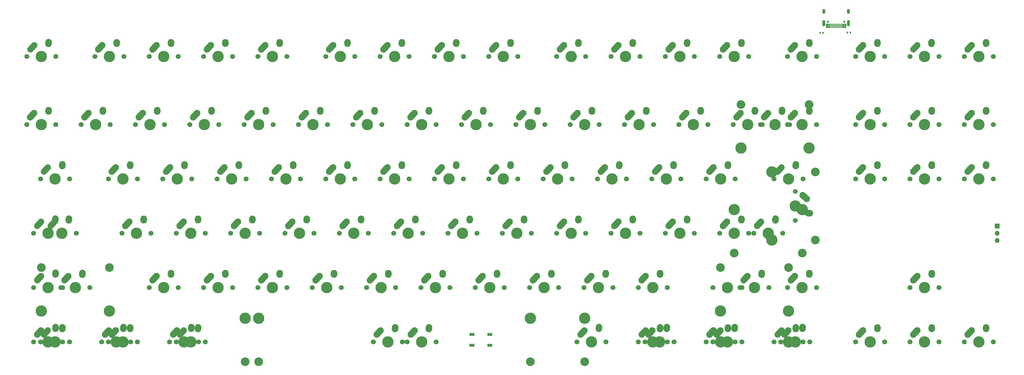
<source format=gts>
%TF.GenerationSoftware,KiCad,Pcbnew,5.99.0-1.20210419gite0f69ad.fc33*%
%TF.CreationDate,2021-04-20T05:27:25+03:00*%
%TF.ProjectId,UniversalTKL,556e6976-6572-4736-916c-544b4c2e6b69,rev?*%
%TF.SameCoordinates,Original*%
%TF.FileFunction,Soldermask,Top*%
%TF.FilePolarity,Negative*%
%FSLAX46Y46*%
G04 Gerber Fmt 4.6, Leading zero omitted, Abs format (unit mm)*
G04 Created by KiCad (PCBNEW 5.99.0-1.20210419gite0f69ad.fc33) date 2021-04-20 05:27:25*
%MOMM*%
%LPD*%
G01*
G04 APERTURE LIST*
G04 Aperture macros list*
%AMRoundRect*
0 Rectangle with rounded corners*
0 $1 Rounding radius*
0 $2 $3 $4 $5 $6 $7 $8 $9 X,Y pos of 4 corners*
0 Add a 4 corners polygon primitive as box body*
4,1,4,$2,$3,$4,$5,$6,$7,$8,$9,$2,$3,0*
0 Add four circle primitives for the rounded corners*
1,1,$1+$1,$2,$3*
1,1,$1+$1,$4,$5*
1,1,$1+$1,$6,$7*
1,1,$1+$1,$8,$9*
0 Add four rect primitives between the rounded corners*
20,1,$1+$1,$2,$3,$4,$5,0*
20,1,$1+$1,$4,$5,$6,$7,0*
20,1,$1+$1,$6,$7,$8,$9,0*
20,1,$1+$1,$8,$9,$2,$3,0*%
%AMHorizOval*
0 Thick line with rounded ends*
0 $1 width*
0 $2 $3 position (X,Y) of the first rounded end (center of the circle)*
0 $4 $5 position (X,Y) of the second rounded end (center of the circle)*
0 Add line between two ends*
20,1,$1,$2,$3,$4,$5,0*
0 Add two circle primitives to create the rounded ends*
1,1,$1,$2,$3*
1,1,$1,$4,$5*%
G04 Aperture macros list end*
%ADD10C,1.750000*%
%ADD11C,3.987800*%
%ADD12HorizOval,2.200000X0.681998X0.731354X-0.681998X-0.731354X0*%
%ADD13HorizOval,2.300000X0.015701X0.299589X-0.015701X-0.299589X0*%
%ADD14R,1.700000X1.000000*%
%ADD15HorizOval,2.300000X0.681998X0.731354X-0.681998X-0.731354X0*%
%ADD16HorizOval,2.300000X0.008725X0.249848X-0.008725X-0.249848X0*%
%ADD17HorizOval,2.300000X0.647898X0.694786X-0.647898X-0.694786X0*%
%ADD18C,3.048000*%
%ADD19C,0.750000*%
%ADD20RoundRect,0.050000X0.300000X0.725000X-0.300000X0.725000X-0.300000X-0.725000X0.300000X-0.725000X0*%
%ADD21RoundRect,0.050000X0.150000X0.725000X-0.150000X0.725000X-0.150000X-0.725000X0.150000X-0.725000X0*%
%ADD22O,1.100000X2.200000*%
%ADD23O,1.100000X1.700000*%
%ADD24RoundRect,0.135000X-0.135000X-0.185000X0.135000X-0.185000X0.135000X0.185000X-0.135000X0.185000X0*%
%ADD25R,1.700000X1.700000*%
%ADD26O,1.700000X1.700000*%
%ADD27RoundRect,0.135000X0.135000X0.185000X-0.135000X0.185000X-0.135000X-0.185000X0.135000X-0.185000X0*%
%ADD28C,1.701800*%
%ADD29HorizOval,2.300000X0.299589X-0.015701X-0.299589X0.015701X0*%
%ADD30HorizOval,2.300000X0.705988X-0.635674X-0.705988X0.635674X0*%
G04 APERTURE END LIST*
D10*
%TO.C,MX78*%
X284480000Y-123825000D03*
X274320000Y-123825000D03*
D11*
X279400000Y-123825000D03*
%TD*%
D10*
%TO.C,MX86*%
X295751250Y-142875000D03*
D11*
X300831250Y-142875000D03*
D10*
X305911250Y-142875000D03*
D12*
X297681250Y-139625000D03*
D13*
X303381250Y-138075000D03*
%TD*%
D10*
%TO.C,MX67*%
X248126250Y-142875000D03*
X258286250Y-142875000D03*
D11*
X253206250Y-142875000D03*
D12*
X250056250Y-139625000D03*
D13*
X255756250Y-138075000D03*
%TD*%
D10*
%TO.C,MX23*%
X96361250Y-142875000D03*
D11*
X91281250Y-142875000D03*
D10*
X86201250Y-142875000D03*
D12*
X88131250Y-139625000D03*
D13*
X93831250Y-138075000D03*
%TD*%
D11*
%TO.C,MX9*%
X43656250Y-142875000D03*
D10*
X48736250Y-142875000D03*
X38576250Y-142875000D03*
D12*
X40506250Y-139625000D03*
D13*
X46206250Y-138075000D03*
%TD*%
D10*
%TO.C,MX90*%
X305911250Y-85725000D03*
D11*
X300831250Y-85725000D03*
D10*
X295751250Y-85725000D03*
D12*
X297681250Y-82475000D03*
D13*
X303381250Y-80925000D03*
%TD*%
D14*
%TO.C,J1*%
X196090000Y-144130000D03*
X189790000Y-144130000D03*
X196090000Y-140330000D03*
X189790000Y-140330000D03*
%TD*%
D10*
%TO.C,MX6*%
X38576250Y-85725000D03*
X48736250Y-85725000D03*
D11*
X43656250Y-85725000D03*
D12*
X40506250Y-82475000D03*
D13*
X46206250Y-80925000D03*
%TD*%
D11*
%TO.C,MX14*%
X72231250Y-104775000D03*
D10*
X77311250Y-104775000D03*
X67151250Y-104775000D03*
D15*
X69031250Y-101525000D03*
D16*
X74781250Y-99975000D03*
%TD*%
D11*
%TO.C,MX62*%
X224631250Y-42862500D03*
D10*
X229711250Y-42862500D03*
X219551250Y-42862500D03*
D15*
X221431250Y-39612500D03*
D16*
X227181250Y-38062500D03*
%TD*%
D10*
%TO.C,MX60*%
X236855000Y-142875000D03*
X226695000Y-142875000D03*
D11*
X231775000Y-142875000D03*
D17*
X228625000Y-139625000D03*
D13*
X234325000Y-138025000D03*
%TD*%
D11*
%TO.C,MX94*%
X329406250Y-142875000D03*
D10*
X334486250Y-142875000D03*
X324326250Y-142875000D03*
D15*
X326206250Y-139625000D03*
D16*
X331956250Y-138075000D03*
%TD*%
D11*
%TO.C,MX75*%
X267493750Y-66675000D03*
D10*
X272573750Y-66675000D03*
X262413750Y-66675000D03*
D15*
X264293750Y-63425000D03*
D16*
X270043750Y-61875000D03*
%TD*%
D11*
%TO.C,MX85*%
X305593750Y-123825000D03*
D10*
X300513750Y-123825000D03*
X310673750Y-123825000D03*
D15*
X302393750Y-120575000D03*
D16*
X308143750Y-119025000D03*
%TD*%
D11*
%TO.C,MX49*%
X186531250Y-104775000D03*
D10*
X181451250Y-104775000D03*
X191611250Y-104775000D03*
D15*
X183331250Y-101525000D03*
D16*
X189081250Y-99975000D03*
%TD*%
D10*
%TO.C,MX27*%
X105251250Y-104775000D03*
D11*
X110331250Y-104775000D03*
D10*
X115411250Y-104775000D03*
D15*
X107131250Y-101525000D03*
D16*
X112881250Y-99975000D03*
%TD*%
D10*
%TO.C,MX15*%
X86836250Y-123825000D03*
D11*
X81756250Y-123825000D03*
D10*
X76676250Y-123825000D03*
D15*
X78556250Y-120575000D03*
D16*
X84306250Y-119025000D03*
%TD*%
D11*
%TO.C,MX74*%
X262731250Y-42862500D03*
D10*
X267811250Y-42862500D03*
X257651250Y-42862500D03*
D15*
X259531250Y-39612500D03*
D16*
X265281250Y-38062500D03*
%TD*%
D10*
%TO.C,MX16*%
X72548750Y-142875000D03*
X62388750Y-142875000D03*
D11*
X67468750Y-142875000D03*
D15*
X64268750Y-139625000D03*
D16*
X70018750Y-138075000D03*
%TD*%
D10*
%TO.C,MX2*%
X36195000Y-123825000D03*
D11*
X41275000Y-123825000D03*
D10*
X46355000Y-123825000D03*
D17*
X38125000Y-120575000D03*
D13*
X43825000Y-118975000D03*
%TD*%
D11*
%TO.C,MX72*%
X288925000Y-123825000D03*
X276987000Y-132080000D03*
D18*
X276987000Y-116840000D03*
D11*
X300863000Y-132080000D03*
D10*
X294005000Y-123825000D03*
D18*
X300863000Y-116840000D03*
D10*
X283845000Y-123825000D03*
D17*
X285775000Y-120525000D03*
D13*
X291425000Y-119025000D03*
%TD*%
D10*
%TO.C,MX20*%
X81438750Y-85725000D03*
X91598750Y-85725000D03*
D11*
X86518750Y-85725000D03*
D15*
X83318750Y-82475000D03*
D16*
X89068750Y-80925000D03*
%TD*%
D10*
%TO.C,MX33*%
X133826250Y-123825000D03*
X143986250Y-123825000D03*
D11*
X138906250Y-123825000D03*
D15*
X135706250Y-120575000D03*
D16*
X141456250Y-119025000D03*
%TD*%
D11*
%TO.C,MX48*%
X181768750Y-85725000D03*
D10*
X176688750Y-85725000D03*
X186848750Y-85725000D03*
D15*
X178568750Y-82475000D03*
D16*
X184318750Y-80925000D03*
%TD*%
D10*
%TO.C,MX31*%
X119538750Y-85725000D03*
X129698750Y-85725000D03*
D11*
X124618750Y-85725000D03*
D15*
X121418750Y-82475000D03*
D16*
X127168750Y-80925000D03*
%TD*%
D18*
%TO.C,MX45*%
X229393750Y-149860000D03*
D11*
X229393750Y-134620000D03*
X115093750Y-134620000D03*
X172243750Y-142875000D03*
D10*
X167163750Y-142875000D03*
D18*
X115093750Y-149860000D03*
D10*
X177323750Y-142875000D03*
D17*
X169093750Y-139625000D03*
D13*
X174743750Y-138075000D03*
%TD*%
D19*
%TO.C,USB1*%
X320390000Y-30662500D03*
X314610000Y-30662500D03*
D20*
X320725000Y-32107500D03*
X319950000Y-32107500D03*
D21*
X319250000Y-32107500D03*
X318750000Y-32107500D03*
X318250000Y-32107500D03*
X317750000Y-32107500D03*
X317250000Y-32107500D03*
X316750000Y-32107500D03*
X316250000Y-32107500D03*
X315750000Y-32107500D03*
D20*
X315050000Y-32107500D03*
X314275000Y-32107500D03*
D22*
X321820000Y-31192500D03*
D23*
X321820000Y-27012500D03*
X313180000Y-27012500D03*
D22*
X313180000Y-31192500D03*
%TD*%
D10*
%TO.C,MX73*%
X274320000Y-142875000D03*
X284480000Y-142875000D03*
D11*
X279400000Y-142875000D03*
D17*
X276250000Y-139625000D03*
D13*
X281950000Y-138025000D03*
%TD*%
D10*
%TO.C,MX84*%
X298767500Y-104775000D03*
D18*
X305625500Y-111760000D03*
X281749500Y-111760000D03*
D11*
X293687500Y-104775000D03*
D10*
X288607500Y-104775000D03*
D11*
X281749500Y-96520000D03*
X305625500Y-96520000D03*
D17*
X290537500Y-101525000D03*
D13*
X296237500Y-99975000D03*
%TD*%
D10*
%TO.C,MX91*%
X324326250Y-42862500D03*
X334486250Y-42862500D03*
D11*
X329406250Y-42862500D03*
D15*
X326206250Y-39612500D03*
D16*
X331956250Y-38062500D03*
%TD*%
D11*
%TO.C,MX11*%
X62706250Y-42862500D03*
D10*
X57626250Y-42862500D03*
X67786250Y-42862500D03*
D15*
X59506250Y-39612500D03*
D16*
X65256250Y-38062500D03*
%TD*%
D10*
%TO.C,MX22*%
X105886250Y-123825000D03*
D11*
X100806250Y-123825000D03*
D10*
X95726250Y-123825000D03*
D15*
X97606250Y-120575000D03*
D16*
X103356250Y-119025000D03*
%TD*%
D10*
%TO.C,MX51*%
X205898750Y-42862500D03*
X195738750Y-42862500D03*
D11*
X200818750Y-42862500D03*
D15*
X197618750Y-39612500D03*
D16*
X203368750Y-38062500D03*
%TD*%
D10*
%TO.C,MX3*%
X36195000Y-142875000D03*
X46355000Y-142875000D03*
D11*
X41275000Y-142875000D03*
D17*
X38125000Y-139625000D03*
D13*
X43825000Y-138025000D03*
%TD*%
D10*
%TO.C,MX54*%
X200501250Y-104775000D03*
D11*
X205581250Y-104775000D03*
D10*
X210661250Y-104775000D03*
D15*
X202381250Y-101525000D03*
D16*
X208131250Y-99975000D03*
%TD*%
D11*
%TO.C,MX43*%
X167481250Y-104775000D03*
D10*
X162401250Y-104775000D03*
X172561250Y-104775000D03*
D15*
X164281250Y-101525000D03*
D16*
X170031250Y-99975000D03*
%TD*%
D10*
%TO.C,MX30*%
X120173750Y-66675000D03*
X110013750Y-66675000D03*
D11*
X115093750Y-66675000D03*
D15*
X111893750Y-63425000D03*
D16*
X117643750Y-61875000D03*
%TD*%
D10*
%TO.C,MX65*%
X248761250Y-104775000D03*
X238601250Y-104775000D03*
D11*
X243681250Y-104775000D03*
D15*
X240481250Y-101525000D03*
D16*
X246231250Y-99975000D03*
%TD*%
D10*
%TO.C,MX35*%
X129063750Y-66675000D03*
D11*
X134143750Y-66675000D03*
D10*
X139223750Y-66675000D03*
D15*
X130943750Y-63425000D03*
D16*
X136693750Y-61875000D03*
%TD*%
D11*
%TO.C,MX79*%
X277018750Y-142875000D03*
D10*
X271938750Y-142875000D03*
X282098750Y-142875000D03*
D15*
X273818750Y-139625000D03*
D16*
X279568750Y-138075000D03*
%TD*%
D11*
%TO.C,MX102*%
X367506250Y-85725000D03*
D10*
X372586250Y-85725000D03*
X362426250Y-85725000D03*
D15*
X364306250Y-82475000D03*
D16*
X370056250Y-80925000D03*
%TD*%
D10*
%TO.C,MX10*%
X70167500Y-142875000D03*
X60007500Y-142875000D03*
D11*
X65087500Y-142875000D03*
D17*
X61937500Y-139625000D03*
D13*
X67637500Y-138025000D03*
%TD*%
D10*
%TO.C,MX95*%
X353536250Y-42862500D03*
D11*
X348456250Y-42862500D03*
D10*
X343376250Y-42862500D03*
D12*
X345306250Y-39612500D03*
D13*
X350956250Y-38062500D03*
%TD*%
D11*
%TO.C,MX89*%
X308006750Y-74930000D03*
D18*
X284130750Y-59690000D03*
X308006750Y-59690000D03*
D10*
X301148750Y-66675000D03*
D11*
X296068750Y-66675000D03*
D10*
X290988750Y-66675000D03*
D11*
X284130750Y-74930000D03*
D17*
X292918750Y-63425000D03*
D13*
X298568750Y-61875000D03*
%TD*%
D11*
%TO.C,MX25*%
X96043750Y-66675000D03*
D10*
X101123750Y-66675000D03*
X90963750Y-66675000D03*
D15*
X92843750Y-63425000D03*
D16*
X98593750Y-61875000D03*
%TD*%
D10*
%TO.C,MX82*%
X276701250Y-42862500D03*
X286861250Y-42862500D03*
D11*
X281781250Y-42862500D03*
D15*
X278581250Y-39612500D03*
D16*
X284331250Y-38062500D03*
%TD*%
D11*
%TO.C,MX18*%
X81756250Y-42862500D03*
D10*
X86836250Y-42862500D03*
X76676250Y-42862500D03*
D15*
X78556250Y-39612500D03*
D16*
X84306250Y-38062500D03*
%TD*%
D10*
%TO.C,MX68*%
X248761250Y-42862500D03*
D11*
X243681250Y-42862500D03*
D10*
X238601250Y-42862500D03*
D15*
X240481250Y-39612500D03*
D16*
X246231250Y-38062500D03*
%TD*%
D11*
%TO.C,MX77*%
X281781250Y-104775000D03*
D10*
X276701250Y-104775000D03*
X286861250Y-104775000D03*
D15*
X278581250Y-101525000D03*
D16*
X284331250Y-99975000D03*
%TD*%
D10*
%TO.C,MX46*%
X176688750Y-42862500D03*
D11*
X181768750Y-42862500D03*
D10*
X186848750Y-42862500D03*
D15*
X178568750Y-39612500D03*
D16*
X184318750Y-38062500D03*
%TD*%
D11*
%TO.C,MX26*%
X105568750Y-85725000D03*
D10*
X100488750Y-85725000D03*
X110648750Y-85725000D03*
D15*
X102368750Y-82475000D03*
D16*
X108118750Y-80925000D03*
%TD*%
D11*
%TO.C,MX19*%
X76993750Y-66675000D03*
D10*
X71913750Y-66675000D03*
X82073750Y-66675000D03*
D15*
X73793750Y-63425000D03*
D16*
X79543750Y-61875000D03*
%TD*%
D10*
%TO.C,MX8*%
X55880000Y-123825000D03*
D11*
X50800000Y-123825000D03*
D18*
X38862000Y-116840000D03*
D11*
X38862000Y-132080000D03*
D18*
X62738000Y-116840000D03*
D10*
X45720000Y-123825000D03*
D11*
X62738000Y-132080000D03*
D17*
X47650000Y-120575000D03*
D13*
X53300000Y-119025000D03*
%TD*%
D10*
%TO.C,MX36*%
X148748750Y-85725000D03*
X138588750Y-85725000D03*
D11*
X143668750Y-85725000D03*
D15*
X140468750Y-82475000D03*
D16*
X146218750Y-80925000D03*
%TD*%
D10*
%TO.C,MX42*%
X157638750Y-85725000D03*
X167798750Y-85725000D03*
D11*
X162718750Y-85725000D03*
D15*
X159518750Y-82475000D03*
D16*
X165268750Y-80925000D03*
%TD*%
D10*
%TO.C,MX83*%
X281463750Y-66675000D03*
X291623750Y-66675000D03*
D11*
X286543750Y-66675000D03*
D15*
X283343750Y-63425000D03*
D16*
X289093750Y-61875000D03*
%TD*%
D10*
%TO.C,MX38*%
X152876250Y-123825000D03*
X163036250Y-123825000D03*
D11*
X157956250Y-123825000D03*
D15*
X154756250Y-120575000D03*
D16*
X160506250Y-119025000D03*
%TD*%
D11*
%TO.C,MX1*%
X41275000Y-104775000D03*
D10*
X46355000Y-104775000D03*
X36195000Y-104775000D03*
D12*
X38125000Y-101525000D03*
D13*
X43775000Y-99975000D03*
%TD*%
D10*
%TO.C,MX29*%
X124936250Y-42862500D03*
X114776250Y-42862500D03*
D11*
X119856250Y-42862500D03*
D15*
X116656250Y-39612500D03*
D16*
X122406250Y-38062500D03*
%TD*%
D24*
%TO.C,R_USB1*%
X311920000Y-34540000D03*
X312940000Y-34540000D03*
%TD*%
D11*
%TO.C,MX34*%
X143668750Y-42862500D03*
D10*
X138588750Y-42862500D03*
X148748750Y-42862500D03*
D15*
X140468750Y-39612500D03*
D16*
X146218750Y-38062500D03*
%TD*%
D10*
%TO.C,MX100*%
X372586250Y-42862500D03*
D11*
X367506250Y-42862500D03*
D10*
X362426250Y-42862500D03*
D15*
X364306250Y-39612500D03*
D16*
X370056250Y-38062500D03*
%TD*%
D10*
%TO.C,MX64*%
X243998750Y-85725000D03*
D11*
X238918750Y-85725000D03*
D10*
X233838750Y-85725000D03*
D15*
X235718750Y-82475000D03*
D16*
X241468750Y-80925000D03*
%TD*%
D10*
%TO.C,MX7*%
X40957500Y-104775000D03*
X51117500Y-104775000D03*
D11*
X46037500Y-104775000D03*
D12*
X42887500Y-101525000D03*
D13*
X48537500Y-99975000D03*
%TD*%
D11*
%TO.C,MX28*%
X119856250Y-123825000D03*
D10*
X114776250Y-123825000D03*
X124936250Y-123825000D03*
D15*
X116656250Y-120575000D03*
D16*
X122406250Y-119025000D03*
%TD*%
D10*
%TO.C,MX57*%
X224948750Y-85725000D03*
D11*
X219868750Y-85725000D03*
D10*
X214788750Y-85725000D03*
D15*
X216668750Y-82475000D03*
D16*
X222418750Y-80925000D03*
%TD*%
D10*
%TO.C,MX61*%
X260667500Y-142875000D03*
D11*
X255587500Y-142875000D03*
D10*
X250507500Y-142875000D03*
D17*
X252437500Y-139625000D03*
D13*
X258137500Y-138025000D03*
%TD*%
D11*
%TO.C,MX32*%
X129381250Y-104775000D03*
D10*
X134461250Y-104775000D03*
X124301250Y-104775000D03*
D15*
X126181250Y-101525000D03*
D16*
X131931250Y-99975000D03*
%TD*%
D25*
%TO.C,J2*%
X373960000Y-102265000D03*
D26*
X373960000Y-104805000D03*
X373960000Y-107345000D03*
%TD*%
D11*
%TO.C,MX5*%
X38893750Y-66675000D03*
D10*
X43973750Y-66675000D03*
X33813750Y-66675000D03*
D15*
X35693750Y-63425000D03*
D16*
X41443750Y-61875000D03*
%TD*%
D10*
%TO.C,MX12*%
X52863750Y-66675000D03*
D11*
X57943750Y-66675000D03*
D10*
X63023750Y-66675000D03*
D15*
X54743750Y-63425000D03*
D16*
X60493750Y-61875000D03*
%TD*%
D18*
%TO.C,MX39*%
X210337400Y-149860000D03*
D11*
X160337500Y-142875000D03*
D10*
X155257500Y-142875000D03*
D18*
X110337600Y-149860000D03*
D10*
X165417500Y-142875000D03*
D11*
X210337400Y-134620000D03*
X110337600Y-134620000D03*
D17*
X157187500Y-139625000D03*
D13*
X162887500Y-138075000D03*
%TD*%
D10*
%TO.C,MX50*%
X201136250Y-123825000D03*
D11*
X196056250Y-123825000D03*
D10*
X190976250Y-123825000D03*
D15*
X192856250Y-120575000D03*
D16*
X198606250Y-119025000D03*
%TD*%
D10*
%TO.C,MX17*%
X83820000Y-142875000D03*
X93980000Y-142875000D03*
D11*
X88900000Y-142875000D03*
D17*
X85750000Y-139625000D03*
D13*
X91450000Y-138025000D03*
%TD*%
D10*
%TO.C,MX81*%
X298132500Y-142875000D03*
X308292500Y-142875000D03*
D11*
X303212500Y-142875000D03*
D17*
X300062500Y-139625000D03*
D13*
X305762500Y-138025000D03*
%TD*%
D10*
%TO.C,MX97*%
X343376250Y-85725000D03*
D11*
X348456250Y-85725000D03*
D10*
X353536250Y-85725000D03*
D15*
X345256250Y-82475000D03*
D16*
X351006250Y-80925000D03*
%TD*%
D10*
%TO.C,MX21*%
X86201250Y-104775000D03*
D11*
X91281250Y-104775000D03*
D10*
X96361250Y-104775000D03*
D15*
X88081250Y-101525000D03*
D16*
X93831250Y-99975000D03*
%TD*%
D11*
%TO.C,MX53*%
X200818750Y-85725000D03*
D10*
X205898750Y-85725000D03*
X195738750Y-85725000D03*
D15*
X197618750Y-82475000D03*
D16*
X203368750Y-80925000D03*
%TD*%
D10*
%TO.C,MX44*%
X182086250Y-123825000D03*
D11*
X177006250Y-123825000D03*
D10*
X171926250Y-123825000D03*
D15*
X173806250Y-120575000D03*
D16*
X179556250Y-119025000D03*
%TD*%
D10*
%TO.C,MX24*%
X105886250Y-42862500D03*
D11*
X100806250Y-42862500D03*
D10*
X95726250Y-42862500D03*
D15*
X97606250Y-39612500D03*
D16*
X103356250Y-38062500D03*
%TD*%
D11*
%TO.C,MX66*%
X253206250Y-123825000D03*
D10*
X258286250Y-123825000D03*
X248126250Y-123825000D03*
D15*
X250006250Y-120575000D03*
D16*
X255756250Y-119025000D03*
%TD*%
D10*
%TO.C,MX37*%
X143351250Y-104775000D03*
X153511250Y-104775000D03*
D11*
X148431250Y-104775000D03*
D15*
X145231250Y-101525000D03*
D16*
X150981250Y-99975000D03*
%TD*%
D11*
%TO.C,MX52*%
X191293750Y-66675000D03*
D10*
X186213750Y-66675000D03*
X196373750Y-66675000D03*
D15*
X188093750Y-63425000D03*
D16*
X193843750Y-61875000D03*
%TD*%
D10*
%TO.C,MX4*%
X33813750Y-42862500D03*
D11*
X38893750Y-42862500D03*
D10*
X43973750Y-42862500D03*
D12*
X35743750Y-39612500D03*
D13*
X41393750Y-38062500D03*
%TD*%
D10*
%TO.C,MX93*%
X324326250Y-85725000D03*
D11*
X329406250Y-85725000D03*
D10*
X334486250Y-85725000D03*
D15*
X326206250Y-82475000D03*
D16*
X331956250Y-80925000D03*
%TD*%
D10*
%TO.C,MX96*%
X343376250Y-66675000D03*
D11*
X348456250Y-66675000D03*
D10*
X353536250Y-66675000D03*
D15*
X345256250Y-63425000D03*
D16*
X351006250Y-61875000D03*
%TD*%
D27*
%TO.C,R_USB2*%
X322490000Y-34480000D03*
X321470000Y-34480000D03*
%TD*%
D18*
%TO.C,MX80*%
X310197500Y-83312000D03*
D28*
X303212500Y-100330000D03*
X303212500Y-90170000D03*
D11*
X294957500Y-107188000D03*
X303212500Y-95250000D03*
D18*
X310197500Y-107188000D03*
D11*
X294957500Y-83312000D03*
D29*
X308012500Y-97750000D03*
D30*
X306462500Y-92100000D03*
%TD*%
D10*
%TO.C,MX92*%
X324326250Y-66675000D03*
D11*
X329406250Y-66675000D03*
D10*
X334486250Y-66675000D03*
D15*
X326206250Y-63425000D03*
D16*
X331956250Y-61875000D03*
%TD*%
D11*
%TO.C,MX71*%
X262731250Y-104775000D03*
D10*
X267811250Y-104775000D03*
X257651250Y-104775000D03*
D15*
X259531250Y-101525000D03*
D16*
X265281250Y-99975000D03*
%TD*%
D10*
%TO.C,MX70*%
X263048750Y-85725000D03*
X252888750Y-85725000D03*
D11*
X257968750Y-85725000D03*
D15*
X254768750Y-82475000D03*
D16*
X260518750Y-80925000D03*
%TD*%
D11*
%TO.C,MX103*%
X367506250Y-142875000D03*
D10*
X372586250Y-142875000D03*
X362426250Y-142875000D03*
D15*
X364306250Y-139625000D03*
D16*
X370056250Y-138075000D03*
%TD*%
D10*
%TO.C,MX56*%
X215423750Y-66675000D03*
D11*
X210343750Y-66675000D03*
D10*
X205263750Y-66675000D03*
D15*
X207143750Y-63425000D03*
D16*
X212893750Y-61875000D03*
%TD*%
D10*
%TO.C,MX88*%
X300513750Y-42862500D03*
X310673750Y-42862500D03*
D11*
X305593750Y-42862500D03*
D15*
X302393750Y-39612500D03*
D16*
X308143750Y-38062500D03*
%TD*%
D10*
%TO.C,MX40*%
X167798750Y-42862500D03*
D11*
X162718750Y-42862500D03*
D10*
X157638750Y-42862500D03*
D15*
X159518750Y-39612500D03*
D16*
X165268750Y-38062500D03*
%TD*%
D11*
%TO.C,MX99*%
X348456250Y-142875000D03*
D10*
X343376250Y-142875000D03*
X353536250Y-142875000D03*
D15*
X345256250Y-139625000D03*
D16*
X351006250Y-138075000D03*
%TD*%
D10*
%TO.C,MX87*%
X310673750Y-66675000D03*
D11*
X305593750Y-66675000D03*
D10*
X300513750Y-66675000D03*
D15*
X302393750Y-63425000D03*
D16*
X308143750Y-61875000D03*
%TD*%
D10*
%TO.C,MX59*%
X229076250Y-123825000D03*
D11*
X234156250Y-123825000D03*
D10*
X239236250Y-123825000D03*
D15*
X230956250Y-120575000D03*
D16*
X236706250Y-119025000D03*
%TD*%
D11*
%TO.C,MX58*%
X224631250Y-104775000D03*
D10*
X219551250Y-104775000D03*
X229711250Y-104775000D03*
D15*
X221431250Y-101525000D03*
D16*
X227181250Y-99975000D03*
%TD*%
D11*
%TO.C,MX13*%
X67468750Y-85725000D03*
D10*
X62388750Y-85725000D03*
X72548750Y-85725000D03*
D15*
X64268750Y-82475000D03*
D16*
X70018750Y-80925000D03*
%TD*%
D10*
%TO.C,MX98*%
X343376250Y-123825000D03*
X353536250Y-123825000D03*
D11*
X348456250Y-123825000D03*
D15*
X345256250Y-120575000D03*
D16*
X351006250Y-119025000D03*
%TD*%
D10*
%TO.C,MX63*%
X234473750Y-66675000D03*
X224313750Y-66675000D03*
D11*
X229393750Y-66675000D03*
D15*
X226193750Y-63425000D03*
D16*
X231943750Y-61875000D03*
%TD*%
D11*
%TO.C,MX76*%
X277018750Y-85725000D03*
D10*
X282098750Y-85725000D03*
X271938750Y-85725000D03*
D15*
X273818750Y-82475000D03*
D16*
X279568750Y-80925000D03*
%TD*%
D10*
%TO.C,MX47*%
X167163750Y-66675000D03*
D11*
X172243750Y-66675000D03*
D10*
X177323750Y-66675000D03*
D15*
X169043750Y-63425000D03*
D16*
X174793750Y-61875000D03*
%TD*%
D11*
%TO.C,MX101*%
X367506250Y-66675000D03*
D10*
X362426250Y-66675000D03*
X372586250Y-66675000D03*
D15*
X364306250Y-63425000D03*
D16*
X370056250Y-61875000D03*
%TD*%
D10*
%TO.C,MX55*%
X220186250Y-123825000D03*
X210026250Y-123825000D03*
D11*
X215106250Y-123825000D03*
D15*
X211906250Y-120575000D03*
D16*
X217656250Y-119025000D03*
%TD*%
D10*
%TO.C,MX41*%
X158273750Y-66675000D03*
X148113750Y-66675000D03*
D11*
X153193750Y-66675000D03*
D15*
X149993750Y-63425000D03*
D16*
X155743750Y-61875000D03*
%TD*%
D10*
%TO.C,MX69*%
X243363750Y-66675000D03*
D11*
X248443750Y-66675000D03*
D10*
X253523750Y-66675000D03*
D15*
X245243750Y-63425000D03*
D16*
X250993750Y-61875000D03*
%TD*%
M02*

</source>
